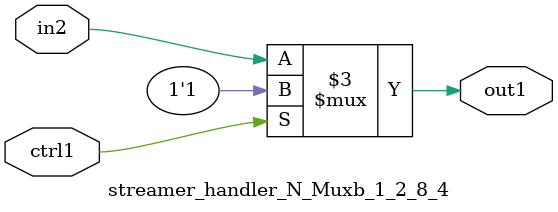
<source format=v>

`timescale 1ps / 1ps


module streamer_handler_N_Muxb_1_2_8_4( in2, ctrl1, out1 );

    input in2;
    input ctrl1;
    output out1;
    reg out1;

    
    // rtl_process:streamer_handler_N_Muxb_1_2_8_4/streamer_handler_N_Muxb_1_2_8_4_thread_1
    always @*
      begin : streamer_handler_N_Muxb_1_2_8_4_thread_1
        case (ctrl1) 
          1'b1: 
            begin
              out1 = 1'b1;
            end
          default: 
            begin
              out1 = in2;
            end
        endcase
      end

endmodule



</source>
